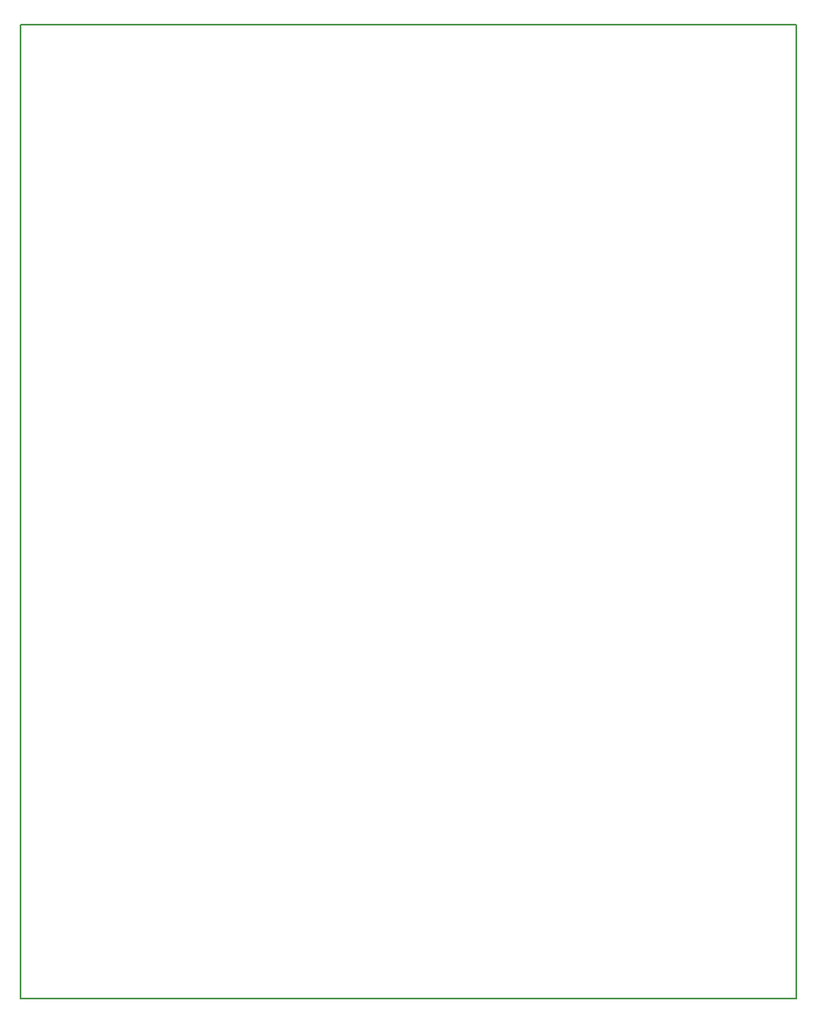
<source format=gbr>
%TF.GenerationSoftware,KiCad,Pcbnew,(7.0.0)*%
%TF.CreationDate,2023-12-30T22:17:33+02:00*%
%TF.ProjectId,alu,616c752e-6b69-4636-9164-5f7063625858,rev?*%
%TF.SameCoordinates,Original*%
%TF.FileFunction,Profile,NP*%
%FSLAX46Y46*%
G04 Gerber Fmt 4.6, Leading zero omitted, Abs format (unit mm)*
G04 Created by KiCad (PCBNEW (7.0.0)) date 2023-12-30 22:17:33*
%MOMM*%
%LPD*%
G01*
G04 APERTURE LIST*
%TA.AperFunction,Profile*%
%ADD10C,0.150000*%
%TD*%
G04 APERTURE END LIST*
D10*
X38100000Y-26670000D02*
X118110000Y-26670000D01*
X118110000Y-26670000D02*
X118110000Y-127000000D01*
X118110000Y-127000000D02*
X38100000Y-127000000D01*
X38100000Y-127000000D02*
X38100000Y-26670000D01*
M02*

</source>
